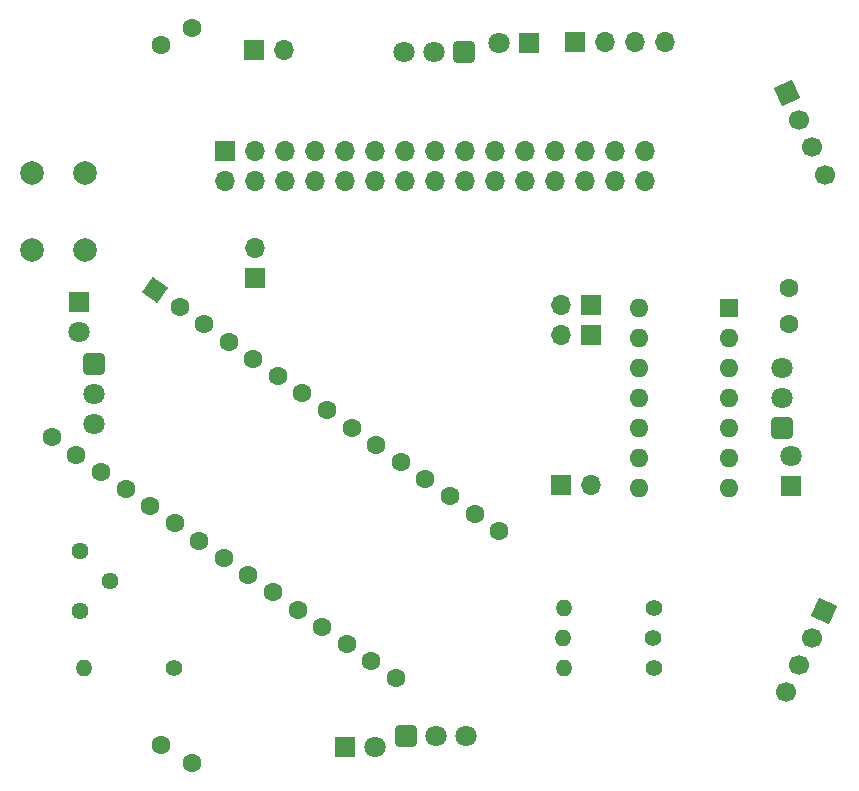
<source format=gbr>
G04 #@! TF.GenerationSoftware,KiCad,Pcbnew,7.0.11-7.0.11~ubuntu20.04.1*
G04 #@! TF.CreationDate,2024-03-27T14:10:52+00:00*
G04 #@! TF.ProjectId,Swarm-B_20230626,53776172-6d2d-4425-9f32-303233303632,rev?*
G04 #@! TF.SameCoordinates,Original*
G04 #@! TF.FileFunction,Soldermask,Top*
G04 #@! TF.FilePolarity,Negative*
%FSLAX46Y46*%
G04 Gerber Fmt 4.6, Leading zero omitted, Abs format (unit mm)*
G04 Created by KiCad (PCBNEW 7.0.11-7.0.11~ubuntu20.04.1) date 2024-03-27 14:10:52*
%MOMM*%
%LPD*%
G01*
G04 APERTURE LIST*
G04 Aperture macros list*
%AMRoundRect*
0 Rectangle with rounded corners*
0 $1 Rounding radius*
0 $2 $3 $4 $5 $6 $7 $8 $9 X,Y pos of 4 corners*
0 Add a 4 corners polygon primitive as box body*
4,1,4,$2,$3,$4,$5,$6,$7,$8,$9,$2,$3,0*
0 Add four circle primitives for the rounded corners*
1,1,$1+$1,$2,$3*
1,1,$1+$1,$4,$5*
1,1,$1+$1,$6,$7*
1,1,$1+$1,$8,$9*
0 Add four rect primitives between the rounded corners*
20,1,$1+$1,$2,$3,$4,$5,0*
20,1,$1+$1,$4,$5,$6,$7,0*
20,1,$1+$1,$6,$7,$8,$9,0*
20,1,$1+$1,$8,$9,$2,$3,0*%
%AMHorizOval*
0 Thick line with rounded ends*
0 $1 width*
0 $2 $3 position (X,Y) of the first rounded end (center of the circle)*
0 $4 $5 position (X,Y) of the second rounded end (center of the circle)*
0 Add line between two ends*
20,1,$1,$2,$3,$4,$5,0*
0 Add two circle primitives to create the rounded ends*
1,1,$1,$2,$3*
1,1,$1,$4,$5*%
%AMRotRect*
0 Rectangle, with rotation*
0 The origin of the aperture is its center*
0 $1 length*
0 $2 width*
0 $3 Rotation angle, in degrees counterclockwise*
0 Add horizontal line*
21,1,$1,$2,0,0,$3*%
G04 Aperture macros list end*
%ADD10R,1.800000X1.800000*%
%ADD11C,1.800000*%
%ADD12RoundRect,0.248400X-0.651600X0.651600X-0.651600X-0.651600X0.651600X-0.651600X0.651600X0.651600X0*%
%ADD13R,1.700000X1.700000*%
%ADD14O,1.700000X1.700000*%
%ADD15C,1.600000*%
%ADD16C,1.400000*%
%ADD17O,1.400000X1.400000*%
%ADD18C,2.000000*%
%ADD19RotRect,1.700000X1.700000X25.000000*%
%ADD20HorizOval,1.700000X0.000000X0.000000X0.000000X0.000000X0*%
%ADD21RoundRect,0.248400X-0.651600X-0.651600X0.651600X-0.651600X0.651600X0.651600X-0.651600X0.651600X0*%
%ADD22RotRect,1.700000X1.700000X335.000000*%
%ADD23HorizOval,1.700000X0.000000X0.000000X0.000000X0.000000X0*%
%ADD24RoundRect,0.248400X0.651600X-0.651600X0.651600X0.651600X-0.651600X0.651600X-0.651600X-0.651600X0*%
%ADD25RoundRect,0.248400X0.651600X0.651600X-0.651600X0.651600X-0.651600X-0.651600X0.651600X-0.651600X0*%
%ADD26RotRect,1.600000X1.600000X235.000000*%
%ADD27HorizOval,1.600000X0.000000X0.000000X0.000000X0.000000X0*%
%ADD28R,1.600000X1.600000*%
%ADD29O,1.600000X1.600000*%
%ADD30C,1.440000*%
G04 APERTURE END LIST*
D10*
X111204000Y-124078000D03*
D11*
X113744000Y-124078000D03*
D10*
X126834000Y-64428000D03*
D11*
X124294000Y-64428000D03*
D10*
X88714000Y-86398000D03*
D11*
X88714000Y-88938000D03*
D10*
X149004000Y-101988000D03*
D11*
X149004000Y-99448000D03*
D12*
X89944000Y-91658000D03*
D11*
X89944000Y-94198000D03*
X89944000Y-96738000D03*
D13*
X103594000Y-84328000D03*
D14*
X103594000Y-81788000D03*
D15*
X148864000Y-85248000D03*
X148864000Y-88248000D03*
D13*
X129540000Y-101854000D03*
D14*
X132080000Y-101854000D03*
D13*
X132080000Y-86614000D03*
D14*
X129540000Y-86614000D03*
D13*
X132080000Y-89154000D03*
D14*
X129540000Y-89154000D03*
D16*
X96774000Y-117348000D03*
D17*
X89154000Y-117348000D03*
X129764000Y-117348000D03*
D16*
X137384000Y-117348000D03*
D13*
X103492000Y-65024000D03*
D14*
X106032000Y-65024000D03*
D18*
X84754000Y-81958000D03*
X84754000Y-75458000D03*
X89254000Y-81958000D03*
X89254000Y-75458000D03*
D15*
X95655000Y-64675000D03*
X98253076Y-63175000D03*
D13*
X130674000Y-64400000D03*
D14*
X133214000Y-64400000D03*
X135754000Y-64400000D03*
X138294000Y-64400000D03*
D16*
X137414000Y-112268000D03*
D17*
X129794000Y-112268000D03*
D15*
X98247200Y-125399800D03*
X95649124Y-123899800D03*
D16*
X137344000Y-114808000D03*
D17*
X129724000Y-114808000D03*
D19*
X148633600Y-68693900D03*
D20*
X149707050Y-70995922D03*
X150780501Y-73297944D03*
X151853951Y-75599965D03*
D21*
X116374000Y-123173000D03*
D11*
X118914000Y-123173000D03*
X121454000Y-123173000D03*
D22*
X151804000Y-112550000D03*
D23*
X150730550Y-114852022D03*
X149657099Y-117154044D03*
X148583649Y-119456065D03*
D24*
X148239000Y-97040000D03*
D11*
X148239000Y-94500000D03*
X148239000Y-91960000D03*
D25*
X121304000Y-65250000D03*
D11*
X118764000Y-65250000D03*
X116224000Y-65250000D03*
D26*
X95148200Y-85378400D03*
D27*
X97228846Y-86835284D03*
X99309492Y-88292168D03*
X101390139Y-89749052D03*
X103470785Y-91205937D03*
X105551431Y-92662821D03*
X107632077Y-94119705D03*
X109712723Y-95576589D03*
X111793370Y-97033473D03*
X113874016Y-98490357D03*
X115954662Y-99947241D03*
X118035308Y-101404126D03*
X120115954Y-102861010D03*
X122196601Y-104317894D03*
X124277247Y-105774778D03*
X115535942Y-118258655D03*
X113455296Y-116801771D03*
X111374649Y-115344887D03*
X109294003Y-113888003D03*
X107213357Y-112431119D03*
X105132711Y-110974234D03*
X103052065Y-109517350D03*
X100971418Y-108060466D03*
X98890772Y-106603582D03*
X96810126Y-105146698D03*
X94729480Y-103689814D03*
X92648834Y-102232930D03*
X90568187Y-100776045D03*
X88487541Y-99319161D03*
X86406895Y-97862277D03*
D28*
X143764000Y-86868000D03*
D29*
X143764000Y-89408000D03*
X143764000Y-91948000D03*
X143764000Y-94488000D03*
X143764000Y-97028000D03*
X143764000Y-99568000D03*
X143764000Y-102108000D03*
X136144000Y-102108000D03*
X136144000Y-99568000D03*
X136144000Y-97028000D03*
X136144000Y-94488000D03*
X136144000Y-91948000D03*
X136144000Y-89408000D03*
X136144000Y-86868000D03*
D30*
X88819000Y-107508000D03*
X91359000Y-110048000D03*
X88819000Y-112588000D03*
D13*
X101064000Y-73648000D03*
D14*
X101064000Y-76188000D03*
X103604000Y-73648000D03*
X103604000Y-76188000D03*
X106144000Y-73648000D03*
X106144000Y-76188000D03*
X108684000Y-73648000D03*
X108684000Y-76188000D03*
X111224000Y-73648000D03*
X111224000Y-76188000D03*
X113764000Y-73648000D03*
X113764000Y-76188000D03*
X116304000Y-73648000D03*
X116304000Y-76188000D03*
X118844000Y-73648000D03*
X118844000Y-76188000D03*
X121384000Y-73648000D03*
X121384000Y-76188000D03*
X123924000Y-73648000D03*
X123924000Y-76188000D03*
X126464000Y-73648000D03*
X126464000Y-76188000D03*
X129004000Y-73648000D03*
X129004000Y-76188000D03*
X131544000Y-73648000D03*
X131544000Y-76188000D03*
X134084000Y-73648000D03*
X134084000Y-76188000D03*
X136624000Y-73648000D03*
X136624000Y-76188000D03*
M02*

</source>
